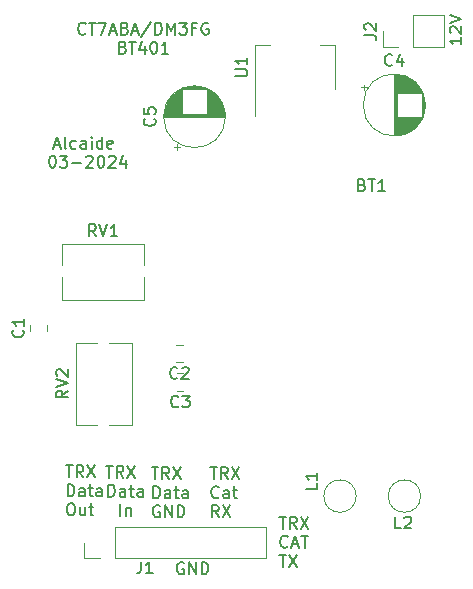
<source format=gbr>
%TF.GenerationSoftware,KiCad,Pcbnew,7.0.7*%
%TF.CreationDate,2024-03-21T17:46:43+00:00*%
%TF.ProjectId,BT401_Digimodes,42543430-315f-4446-9967-696d6f646573,rev?*%
%TF.SameCoordinates,Original*%
%TF.FileFunction,Legend,Top*%
%TF.FilePolarity,Positive*%
%FSLAX46Y46*%
G04 Gerber Fmt 4.6, Leading zero omitted, Abs format (unit mm)*
G04 Created by KiCad (PCBNEW 7.0.7) date 2024-03-21 17:46:43*
%MOMM*%
%LPD*%
G01*
G04 APERTURE LIST*
%ADD10C,0.200000*%
%ADD11C,0.150000*%
%ADD12C,0.120000*%
G04 APERTURE END LIST*
D10*
X132374047Y-64392504D02*
X132850237Y-64392504D01*
X132278809Y-64678219D02*
X132612142Y-63678219D01*
X132612142Y-63678219D02*
X132945475Y-64678219D01*
X133421666Y-64678219D02*
X133326428Y-64630600D01*
X133326428Y-64630600D02*
X133278809Y-64535361D01*
X133278809Y-64535361D02*
X133278809Y-63678219D01*
X134231190Y-64630600D02*
X134135952Y-64678219D01*
X134135952Y-64678219D02*
X133945476Y-64678219D01*
X133945476Y-64678219D02*
X133850238Y-64630600D01*
X133850238Y-64630600D02*
X133802619Y-64582980D01*
X133802619Y-64582980D02*
X133755000Y-64487742D01*
X133755000Y-64487742D02*
X133755000Y-64202028D01*
X133755000Y-64202028D02*
X133802619Y-64106790D01*
X133802619Y-64106790D02*
X133850238Y-64059171D01*
X133850238Y-64059171D02*
X133945476Y-64011552D01*
X133945476Y-64011552D02*
X134135952Y-64011552D01*
X134135952Y-64011552D02*
X134231190Y-64059171D01*
X135088333Y-64678219D02*
X135088333Y-64154409D01*
X135088333Y-64154409D02*
X135040714Y-64059171D01*
X135040714Y-64059171D02*
X134945476Y-64011552D01*
X134945476Y-64011552D02*
X134755000Y-64011552D01*
X134755000Y-64011552D02*
X134659762Y-64059171D01*
X135088333Y-64630600D02*
X134993095Y-64678219D01*
X134993095Y-64678219D02*
X134755000Y-64678219D01*
X134755000Y-64678219D02*
X134659762Y-64630600D01*
X134659762Y-64630600D02*
X134612143Y-64535361D01*
X134612143Y-64535361D02*
X134612143Y-64440123D01*
X134612143Y-64440123D02*
X134659762Y-64344885D01*
X134659762Y-64344885D02*
X134755000Y-64297266D01*
X134755000Y-64297266D02*
X134993095Y-64297266D01*
X134993095Y-64297266D02*
X135088333Y-64249647D01*
X135564524Y-64678219D02*
X135564524Y-64011552D01*
X135564524Y-63678219D02*
X135516905Y-63725838D01*
X135516905Y-63725838D02*
X135564524Y-63773457D01*
X135564524Y-63773457D02*
X135612143Y-63725838D01*
X135612143Y-63725838D02*
X135564524Y-63678219D01*
X135564524Y-63678219D02*
X135564524Y-63773457D01*
X136469285Y-64678219D02*
X136469285Y-63678219D01*
X136469285Y-64630600D02*
X136374047Y-64678219D01*
X136374047Y-64678219D02*
X136183571Y-64678219D01*
X136183571Y-64678219D02*
X136088333Y-64630600D01*
X136088333Y-64630600D02*
X136040714Y-64582980D01*
X136040714Y-64582980D02*
X135993095Y-64487742D01*
X135993095Y-64487742D02*
X135993095Y-64202028D01*
X135993095Y-64202028D02*
X136040714Y-64106790D01*
X136040714Y-64106790D02*
X136088333Y-64059171D01*
X136088333Y-64059171D02*
X136183571Y-64011552D01*
X136183571Y-64011552D02*
X136374047Y-64011552D01*
X136374047Y-64011552D02*
X136469285Y-64059171D01*
X137326428Y-64630600D02*
X137231190Y-64678219D01*
X137231190Y-64678219D02*
X137040714Y-64678219D01*
X137040714Y-64678219D02*
X136945476Y-64630600D01*
X136945476Y-64630600D02*
X136897857Y-64535361D01*
X136897857Y-64535361D02*
X136897857Y-64154409D01*
X136897857Y-64154409D02*
X136945476Y-64059171D01*
X136945476Y-64059171D02*
X137040714Y-64011552D01*
X137040714Y-64011552D02*
X137231190Y-64011552D01*
X137231190Y-64011552D02*
X137326428Y-64059171D01*
X137326428Y-64059171D02*
X137374047Y-64154409D01*
X137374047Y-64154409D02*
X137374047Y-64249647D01*
X137374047Y-64249647D02*
X136897857Y-64344885D01*
X132207381Y-65288219D02*
X132302619Y-65288219D01*
X132302619Y-65288219D02*
X132397857Y-65335838D01*
X132397857Y-65335838D02*
X132445476Y-65383457D01*
X132445476Y-65383457D02*
X132493095Y-65478695D01*
X132493095Y-65478695D02*
X132540714Y-65669171D01*
X132540714Y-65669171D02*
X132540714Y-65907266D01*
X132540714Y-65907266D02*
X132493095Y-66097742D01*
X132493095Y-66097742D02*
X132445476Y-66192980D01*
X132445476Y-66192980D02*
X132397857Y-66240600D01*
X132397857Y-66240600D02*
X132302619Y-66288219D01*
X132302619Y-66288219D02*
X132207381Y-66288219D01*
X132207381Y-66288219D02*
X132112143Y-66240600D01*
X132112143Y-66240600D02*
X132064524Y-66192980D01*
X132064524Y-66192980D02*
X132016905Y-66097742D01*
X132016905Y-66097742D02*
X131969286Y-65907266D01*
X131969286Y-65907266D02*
X131969286Y-65669171D01*
X131969286Y-65669171D02*
X132016905Y-65478695D01*
X132016905Y-65478695D02*
X132064524Y-65383457D01*
X132064524Y-65383457D02*
X132112143Y-65335838D01*
X132112143Y-65335838D02*
X132207381Y-65288219D01*
X132874048Y-65288219D02*
X133493095Y-65288219D01*
X133493095Y-65288219D02*
X133159762Y-65669171D01*
X133159762Y-65669171D02*
X133302619Y-65669171D01*
X133302619Y-65669171D02*
X133397857Y-65716790D01*
X133397857Y-65716790D02*
X133445476Y-65764409D01*
X133445476Y-65764409D02*
X133493095Y-65859647D01*
X133493095Y-65859647D02*
X133493095Y-66097742D01*
X133493095Y-66097742D02*
X133445476Y-66192980D01*
X133445476Y-66192980D02*
X133397857Y-66240600D01*
X133397857Y-66240600D02*
X133302619Y-66288219D01*
X133302619Y-66288219D02*
X133016905Y-66288219D01*
X133016905Y-66288219D02*
X132921667Y-66240600D01*
X132921667Y-66240600D02*
X132874048Y-66192980D01*
X133921667Y-65907266D02*
X134683572Y-65907266D01*
X135112143Y-65383457D02*
X135159762Y-65335838D01*
X135159762Y-65335838D02*
X135255000Y-65288219D01*
X135255000Y-65288219D02*
X135493095Y-65288219D01*
X135493095Y-65288219D02*
X135588333Y-65335838D01*
X135588333Y-65335838D02*
X135635952Y-65383457D01*
X135635952Y-65383457D02*
X135683571Y-65478695D01*
X135683571Y-65478695D02*
X135683571Y-65573933D01*
X135683571Y-65573933D02*
X135635952Y-65716790D01*
X135635952Y-65716790D02*
X135064524Y-66288219D01*
X135064524Y-66288219D02*
X135683571Y-66288219D01*
X136302619Y-65288219D02*
X136397857Y-65288219D01*
X136397857Y-65288219D02*
X136493095Y-65335838D01*
X136493095Y-65335838D02*
X136540714Y-65383457D01*
X136540714Y-65383457D02*
X136588333Y-65478695D01*
X136588333Y-65478695D02*
X136635952Y-65669171D01*
X136635952Y-65669171D02*
X136635952Y-65907266D01*
X136635952Y-65907266D02*
X136588333Y-66097742D01*
X136588333Y-66097742D02*
X136540714Y-66192980D01*
X136540714Y-66192980D02*
X136493095Y-66240600D01*
X136493095Y-66240600D02*
X136397857Y-66288219D01*
X136397857Y-66288219D02*
X136302619Y-66288219D01*
X136302619Y-66288219D02*
X136207381Y-66240600D01*
X136207381Y-66240600D02*
X136159762Y-66192980D01*
X136159762Y-66192980D02*
X136112143Y-66097742D01*
X136112143Y-66097742D02*
X136064524Y-65907266D01*
X136064524Y-65907266D02*
X136064524Y-65669171D01*
X136064524Y-65669171D02*
X136112143Y-65478695D01*
X136112143Y-65478695D02*
X136159762Y-65383457D01*
X136159762Y-65383457D02*
X136207381Y-65335838D01*
X136207381Y-65335838D02*
X136302619Y-65288219D01*
X137016905Y-65383457D02*
X137064524Y-65335838D01*
X137064524Y-65335838D02*
X137159762Y-65288219D01*
X137159762Y-65288219D02*
X137397857Y-65288219D01*
X137397857Y-65288219D02*
X137493095Y-65335838D01*
X137493095Y-65335838D02*
X137540714Y-65383457D01*
X137540714Y-65383457D02*
X137588333Y-65478695D01*
X137588333Y-65478695D02*
X137588333Y-65573933D01*
X137588333Y-65573933D02*
X137540714Y-65716790D01*
X137540714Y-65716790D02*
X136969286Y-66288219D01*
X136969286Y-66288219D02*
X137588333Y-66288219D01*
X138445476Y-65621552D02*
X138445476Y-66288219D01*
X138207381Y-65240600D02*
X137969286Y-65954885D01*
X137969286Y-65954885D02*
X138588333Y-65954885D01*
D11*
X145608922Y-91661819D02*
X146180350Y-91661819D01*
X145894636Y-92661819D02*
X145894636Y-91661819D01*
X147085112Y-92661819D02*
X146751779Y-92185628D01*
X146513684Y-92661819D02*
X146513684Y-91661819D01*
X146513684Y-91661819D02*
X146894636Y-91661819D01*
X146894636Y-91661819D02*
X146989874Y-91709438D01*
X146989874Y-91709438D02*
X147037493Y-91757057D01*
X147037493Y-91757057D02*
X147085112Y-91852295D01*
X147085112Y-91852295D02*
X147085112Y-91995152D01*
X147085112Y-91995152D02*
X147037493Y-92090390D01*
X147037493Y-92090390D02*
X146989874Y-92138009D01*
X146989874Y-92138009D02*
X146894636Y-92185628D01*
X146894636Y-92185628D02*
X146513684Y-92185628D01*
X147418446Y-91661819D02*
X148085112Y-92661819D01*
X148085112Y-91661819D02*
X147418446Y-92661819D01*
X146323207Y-94176580D02*
X146275588Y-94224200D01*
X146275588Y-94224200D02*
X146132731Y-94271819D01*
X146132731Y-94271819D02*
X146037493Y-94271819D01*
X146037493Y-94271819D02*
X145894636Y-94224200D01*
X145894636Y-94224200D02*
X145799398Y-94128961D01*
X145799398Y-94128961D02*
X145751779Y-94033723D01*
X145751779Y-94033723D02*
X145704160Y-93843247D01*
X145704160Y-93843247D02*
X145704160Y-93700390D01*
X145704160Y-93700390D02*
X145751779Y-93509914D01*
X145751779Y-93509914D02*
X145799398Y-93414676D01*
X145799398Y-93414676D02*
X145894636Y-93319438D01*
X145894636Y-93319438D02*
X146037493Y-93271819D01*
X146037493Y-93271819D02*
X146132731Y-93271819D01*
X146132731Y-93271819D02*
X146275588Y-93319438D01*
X146275588Y-93319438D02*
X146323207Y-93367057D01*
X147180350Y-94271819D02*
X147180350Y-93748009D01*
X147180350Y-93748009D02*
X147132731Y-93652771D01*
X147132731Y-93652771D02*
X147037493Y-93605152D01*
X147037493Y-93605152D02*
X146847017Y-93605152D01*
X146847017Y-93605152D02*
X146751779Y-93652771D01*
X147180350Y-94224200D02*
X147085112Y-94271819D01*
X147085112Y-94271819D02*
X146847017Y-94271819D01*
X146847017Y-94271819D02*
X146751779Y-94224200D01*
X146751779Y-94224200D02*
X146704160Y-94128961D01*
X146704160Y-94128961D02*
X146704160Y-94033723D01*
X146704160Y-94033723D02*
X146751779Y-93938485D01*
X146751779Y-93938485D02*
X146847017Y-93890866D01*
X146847017Y-93890866D02*
X147085112Y-93890866D01*
X147085112Y-93890866D02*
X147180350Y-93843247D01*
X147513684Y-93605152D02*
X147894636Y-93605152D01*
X147656541Y-93271819D02*
X147656541Y-94128961D01*
X147656541Y-94128961D02*
X147704160Y-94224200D01*
X147704160Y-94224200D02*
X147799398Y-94271819D01*
X147799398Y-94271819D02*
X147894636Y-94271819D01*
X146323207Y-95881819D02*
X145989874Y-95405628D01*
X145751779Y-95881819D02*
X145751779Y-94881819D01*
X145751779Y-94881819D02*
X146132731Y-94881819D01*
X146132731Y-94881819D02*
X146227969Y-94929438D01*
X146227969Y-94929438D02*
X146275588Y-94977057D01*
X146275588Y-94977057D02*
X146323207Y-95072295D01*
X146323207Y-95072295D02*
X146323207Y-95215152D01*
X146323207Y-95215152D02*
X146275588Y-95310390D01*
X146275588Y-95310390D02*
X146227969Y-95358009D01*
X146227969Y-95358009D02*
X146132731Y-95405628D01*
X146132731Y-95405628D02*
X145751779Y-95405628D01*
X146656541Y-94881819D02*
X147323207Y-95881819D01*
X147323207Y-94881819D02*
X146656541Y-95881819D01*
D10*
X135049237Y-54930980D02*
X135001618Y-54978600D01*
X135001618Y-54978600D02*
X134858761Y-55026219D01*
X134858761Y-55026219D02*
X134763523Y-55026219D01*
X134763523Y-55026219D02*
X134620666Y-54978600D01*
X134620666Y-54978600D02*
X134525428Y-54883361D01*
X134525428Y-54883361D02*
X134477809Y-54788123D01*
X134477809Y-54788123D02*
X134430190Y-54597647D01*
X134430190Y-54597647D02*
X134430190Y-54454790D01*
X134430190Y-54454790D02*
X134477809Y-54264314D01*
X134477809Y-54264314D02*
X134525428Y-54169076D01*
X134525428Y-54169076D02*
X134620666Y-54073838D01*
X134620666Y-54073838D02*
X134763523Y-54026219D01*
X134763523Y-54026219D02*
X134858761Y-54026219D01*
X134858761Y-54026219D02*
X135001618Y-54073838D01*
X135001618Y-54073838D02*
X135049237Y-54121457D01*
X135334952Y-54026219D02*
X135906380Y-54026219D01*
X135620666Y-55026219D02*
X135620666Y-54026219D01*
X136144476Y-54026219D02*
X136811142Y-54026219D01*
X136811142Y-54026219D02*
X136382571Y-55026219D01*
X137144476Y-54740504D02*
X137620666Y-54740504D01*
X137049238Y-55026219D02*
X137382571Y-54026219D01*
X137382571Y-54026219D02*
X137715904Y-55026219D01*
X138382571Y-54502409D02*
X138525428Y-54550028D01*
X138525428Y-54550028D02*
X138573047Y-54597647D01*
X138573047Y-54597647D02*
X138620666Y-54692885D01*
X138620666Y-54692885D02*
X138620666Y-54835742D01*
X138620666Y-54835742D02*
X138573047Y-54930980D01*
X138573047Y-54930980D02*
X138525428Y-54978600D01*
X138525428Y-54978600D02*
X138430190Y-55026219D01*
X138430190Y-55026219D02*
X138049238Y-55026219D01*
X138049238Y-55026219D02*
X138049238Y-54026219D01*
X138049238Y-54026219D02*
X138382571Y-54026219D01*
X138382571Y-54026219D02*
X138477809Y-54073838D01*
X138477809Y-54073838D02*
X138525428Y-54121457D01*
X138525428Y-54121457D02*
X138573047Y-54216695D01*
X138573047Y-54216695D02*
X138573047Y-54311933D01*
X138573047Y-54311933D02*
X138525428Y-54407171D01*
X138525428Y-54407171D02*
X138477809Y-54454790D01*
X138477809Y-54454790D02*
X138382571Y-54502409D01*
X138382571Y-54502409D02*
X138049238Y-54502409D01*
X139001619Y-54740504D02*
X139477809Y-54740504D01*
X138906381Y-55026219D02*
X139239714Y-54026219D01*
X139239714Y-54026219D02*
X139573047Y-55026219D01*
X140620666Y-53978600D02*
X139763524Y-55264314D01*
X140954000Y-55026219D02*
X140954000Y-54026219D01*
X140954000Y-54026219D02*
X141192095Y-54026219D01*
X141192095Y-54026219D02*
X141334952Y-54073838D01*
X141334952Y-54073838D02*
X141430190Y-54169076D01*
X141430190Y-54169076D02*
X141477809Y-54264314D01*
X141477809Y-54264314D02*
X141525428Y-54454790D01*
X141525428Y-54454790D02*
X141525428Y-54597647D01*
X141525428Y-54597647D02*
X141477809Y-54788123D01*
X141477809Y-54788123D02*
X141430190Y-54883361D01*
X141430190Y-54883361D02*
X141334952Y-54978600D01*
X141334952Y-54978600D02*
X141192095Y-55026219D01*
X141192095Y-55026219D02*
X140954000Y-55026219D01*
X141954000Y-55026219D02*
X141954000Y-54026219D01*
X141954000Y-54026219D02*
X142287333Y-54740504D01*
X142287333Y-54740504D02*
X142620666Y-54026219D01*
X142620666Y-54026219D02*
X142620666Y-55026219D01*
X143001619Y-54026219D02*
X143620666Y-54026219D01*
X143620666Y-54026219D02*
X143287333Y-54407171D01*
X143287333Y-54407171D02*
X143430190Y-54407171D01*
X143430190Y-54407171D02*
X143525428Y-54454790D01*
X143525428Y-54454790D02*
X143573047Y-54502409D01*
X143573047Y-54502409D02*
X143620666Y-54597647D01*
X143620666Y-54597647D02*
X143620666Y-54835742D01*
X143620666Y-54835742D02*
X143573047Y-54930980D01*
X143573047Y-54930980D02*
X143525428Y-54978600D01*
X143525428Y-54978600D02*
X143430190Y-55026219D01*
X143430190Y-55026219D02*
X143144476Y-55026219D01*
X143144476Y-55026219D02*
X143049238Y-54978600D01*
X143049238Y-54978600D02*
X143001619Y-54930980D01*
X144382571Y-54502409D02*
X144049238Y-54502409D01*
X144049238Y-55026219D02*
X144049238Y-54026219D01*
X144049238Y-54026219D02*
X144525428Y-54026219D01*
X145430190Y-54073838D02*
X145334952Y-54026219D01*
X145334952Y-54026219D02*
X145192095Y-54026219D01*
X145192095Y-54026219D02*
X145049238Y-54073838D01*
X145049238Y-54073838D02*
X144954000Y-54169076D01*
X144954000Y-54169076D02*
X144906381Y-54264314D01*
X144906381Y-54264314D02*
X144858762Y-54454790D01*
X144858762Y-54454790D02*
X144858762Y-54597647D01*
X144858762Y-54597647D02*
X144906381Y-54788123D01*
X144906381Y-54788123D02*
X144954000Y-54883361D01*
X144954000Y-54883361D02*
X145049238Y-54978600D01*
X145049238Y-54978600D02*
X145192095Y-55026219D01*
X145192095Y-55026219D02*
X145287333Y-55026219D01*
X145287333Y-55026219D02*
X145430190Y-54978600D01*
X145430190Y-54978600D02*
X145477809Y-54930980D01*
X145477809Y-54930980D02*
X145477809Y-54597647D01*
X145477809Y-54597647D02*
X145287333Y-54597647D01*
X138215904Y-56112409D02*
X138358761Y-56160028D01*
X138358761Y-56160028D02*
X138406380Y-56207647D01*
X138406380Y-56207647D02*
X138453999Y-56302885D01*
X138453999Y-56302885D02*
X138453999Y-56445742D01*
X138453999Y-56445742D02*
X138406380Y-56540980D01*
X138406380Y-56540980D02*
X138358761Y-56588600D01*
X138358761Y-56588600D02*
X138263523Y-56636219D01*
X138263523Y-56636219D02*
X137882571Y-56636219D01*
X137882571Y-56636219D02*
X137882571Y-55636219D01*
X137882571Y-55636219D02*
X138215904Y-55636219D01*
X138215904Y-55636219D02*
X138311142Y-55683838D01*
X138311142Y-55683838D02*
X138358761Y-55731457D01*
X138358761Y-55731457D02*
X138406380Y-55826695D01*
X138406380Y-55826695D02*
X138406380Y-55921933D01*
X138406380Y-55921933D02*
X138358761Y-56017171D01*
X138358761Y-56017171D02*
X138311142Y-56064790D01*
X138311142Y-56064790D02*
X138215904Y-56112409D01*
X138215904Y-56112409D02*
X137882571Y-56112409D01*
X138739714Y-55636219D02*
X139311142Y-55636219D01*
X139025428Y-56636219D02*
X139025428Y-55636219D01*
X140073047Y-55969552D02*
X140073047Y-56636219D01*
X139834952Y-55588600D02*
X139596857Y-56302885D01*
X139596857Y-56302885D02*
X140215904Y-56302885D01*
X140787333Y-55636219D02*
X140882571Y-55636219D01*
X140882571Y-55636219D02*
X140977809Y-55683838D01*
X140977809Y-55683838D02*
X141025428Y-55731457D01*
X141025428Y-55731457D02*
X141073047Y-55826695D01*
X141073047Y-55826695D02*
X141120666Y-56017171D01*
X141120666Y-56017171D02*
X141120666Y-56255266D01*
X141120666Y-56255266D02*
X141073047Y-56445742D01*
X141073047Y-56445742D02*
X141025428Y-56540980D01*
X141025428Y-56540980D02*
X140977809Y-56588600D01*
X140977809Y-56588600D02*
X140882571Y-56636219D01*
X140882571Y-56636219D02*
X140787333Y-56636219D01*
X140787333Y-56636219D02*
X140692095Y-56588600D01*
X140692095Y-56588600D02*
X140644476Y-56540980D01*
X140644476Y-56540980D02*
X140596857Y-56445742D01*
X140596857Y-56445742D02*
X140549238Y-56255266D01*
X140549238Y-56255266D02*
X140549238Y-56017171D01*
X140549238Y-56017171D02*
X140596857Y-55826695D01*
X140596857Y-55826695D02*
X140644476Y-55731457D01*
X140644476Y-55731457D02*
X140692095Y-55683838D01*
X140692095Y-55683838D02*
X140787333Y-55636219D01*
X142073047Y-56636219D02*
X141501619Y-56636219D01*
X141787333Y-56636219D02*
X141787333Y-55636219D01*
X141787333Y-55636219D02*
X141692095Y-55779076D01*
X141692095Y-55779076D02*
X141596857Y-55874314D01*
X141596857Y-55874314D02*
X141501619Y-55921933D01*
D11*
X133391522Y-91509419D02*
X133962950Y-91509419D01*
X133677236Y-92509419D02*
X133677236Y-91509419D01*
X134867712Y-92509419D02*
X134534379Y-92033228D01*
X134296284Y-92509419D02*
X134296284Y-91509419D01*
X134296284Y-91509419D02*
X134677236Y-91509419D01*
X134677236Y-91509419D02*
X134772474Y-91557038D01*
X134772474Y-91557038D02*
X134820093Y-91604657D01*
X134820093Y-91604657D02*
X134867712Y-91699895D01*
X134867712Y-91699895D02*
X134867712Y-91842752D01*
X134867712Y-91842752D02*
X134820093Y-91937990D01*
X134820093Y-91937990D02*
X134772474Y-91985609D01*
X134772474Y-91985609D02*
X134677236Y-92033228D01*
X134677236Y-92033228D02*
X134296284Y-92033228D01*
X135201046Y-91509419D02*
X135867712Y-92509419D01*
X135867712Y-91509419D02*
X135201046Y-92509419D01*
X133534379Y-94119419D02*
X133534379Y-93119419D01*
X133534379Y-93119419D02*
X133772474Y-93119419D01*
X133772474Y-93119419D02*
X133915331Y-93167038D01*
X133915331Y-93167038D02*
X134010569Y-93262276D01*
X134010569Y-93262276D02*
X134058188Y-93357514D01*
X134058188Y-93357514D02*
X134105807Y-93547990D01*
X134105807Y-93547990D02*
X134105807Y-93690847D01*
X134105807Y-93690847D02*
X134058188Y-93881323D01*
X134058188Y-93881323D02*
X134010569Y-93976561D01*
X134010569Y-93976561D02*
X133915331Y-94071800D01*
X133915331Y-94071800D02*
X133772474Y-94119419D01*
X133772474Y-94119419D02*
X133534379Y-94119419D01*
X134962950Y-94119419D02*
X134962950Y-93595609D01*
X134962950Y-93595609D02*
X134915331Y-93500371D01*
X134915331Y-93500371D02*
X134820093Y-93452752D01*
X134820093Y-93452752D02*
X134629617Y-93452752D01*
X134629617Y-93452752D02*
X134534379Y-93500371D01*
X134962950Y-94071800D02*
X134867712Y-94119419D01*
X134867712Y-94119419D02*
X134629617Y-94119419D01*
X134629617Y-94119419D02*
X134534379Y-94071800D01*
X134534379Y-94071800D02*
X134486760Y-93976561D01*
X134486760Y-93976561D02*
X134486760Y-93881323D01*
X134486760Y-93881323D02*
X134534379Y-93786085D01*
X134534379Y-93786085D02*
X134629617Y-93738466D01*
X134629617Y-93738466D02*
X134867712Y-93738466D01*
X134867712Y-93738466D02*
X134962950Y-93690847D01*
X135296284Y-93452752D02*
X135677236Y-93452752D01*
X135439141Y-93119419D02*
X135439141Y-93976561D01*
X135439141Y-93976561D02*
X135486760Y-94071800D01*
X135486760Y-94071800D02*
X135581998Y-94119419D01*
X135581998Y-94119419D02*
X135677236Y-94119419D01*
X136439141Y-94119419D02*
X136439141Y-93595609D01*
X136439141Y-93595609D02*
X136391522Y-93500371D01*
X136391522Y-93500371D02*
X136296284Y-93452752D01*
X136296284Y-93452752D02*
X136105808Y-93452752D01*
X136105808Y-93452752D02*
X136010570Y-93500371D01*
X136439141Y-94071800D02*
X136343903Y-94119419D01*
X136343903Y-94119419D02*
X136105808Y-94119419D01*
X136105808Y-94119419D02*
X136010570Y-94071800D01*
X136010570Y-94071800D02*
X135962951Y-93976561D01*
X135962951Y-93976561D02*
X135962951Y-93881323D01*
X135962951Y-93881323D02*
X136010570Y-93786085D01*
X136010570Y-93786085D02*
X136105808Y-93738466D01*
X136105808Y-93738466D02*
X136343903Y-93738466D01*
X136343903Y-93738466D02*
X136439141Y-93690847D01*
X133724855Y-94729419D02*
X133915331Y-94729419D01*
X133915331Y-94729419D02*
X134010569Y-94777038D01*
X134010569Y-94777038D02*
X134105807Y-94872276D01*
X134105807Y-94872276D02*
X134153426Y-95062752D01*
X134153426Y-95062752D02*
X134153426Y-95396085D01*
X134153426Y-95396085D02*
X134105807Y-95586561D01*
X134105807Y-95586561D02*
X134010569Y-95681800D01*
X134010569Y-95681800D02*
X133915331Y-95729419D01*
X133915331Y-95729419D02*
X133724855Y-95729419D01*
X133724855Y-95729419D02*
X133629617Y-95681800D01*
X133629617Y-95681800D02*
X133534379Y-95586561D01*
X133534379Y-95586561D02*
X133486760Y-95396085D01*
X133486760Y-95396085D02*
X133486760Y-95062752D01*
X133486760Y-95062752D02*
X133534379Y-94872276D01*
X133534379Y-94872276D02*
X133629617Y-94777038D01*
X133629617Y-94777038D02*
X133724855Y-94729419D01*
X135010569Y-95062752D02*
X135010569Y-95729419D01*
X134581998Y-95062752D02*
X134581998Y-95586561D01*
X134581998Y-95586561D02*
X134629617Y-95681800D01*
X134629617Y-95681800D02*
X134724855Y-95729419D01*
X134724855Y-95729419D02*
X134867712Y-95729419D01*
X134867712Y-95729419D02*
X134962950Y-95681800D01*
X134962950Y-95681800D02*
X135010569Y-95634180D01*
X135343903Y-95062752D02*
X135724855Y-95062752D01*
X135486760Y-94729419D02*
X135486760Y-95586561D01*
X135486760Y-95586561D02*
X135534379Y-95681800D01*
X135534379Y-95681800D02*
X135629617Y-95729419D01*
X135629617Y-95729419D02*
X135724855Y-95729419D01*
X136787143Y-91534819D02*
X137358571Y-91534819D01*
X137072857Y-92534819D02*
X137072857Y-91534819D01*
X138263333Y-92534819D02*
X137930000Y-92058628D01*
X137691905Y-92534819D02*
X137691905Y-91534819D01*
X137691905Y-91534819D02*
X138072857Y-91534819D01*
X138072857Y-91534819D02*
X138168095Y-91582438D01*
X138168095Y-91582438D02*
X138215714Y-91630057D01*
X138215714Y-91630057D02*
X138263333Y-91725295D01*
X138263333Y-91725295D02*
X138263333Y-91868152D01*
X138263333Y-91868152D02*
X138215714Y-91963390D01*
X138215714Y-91963390D02*
X138168095Y-92011009D01*
X138168095Y-92011009D02*
X138072857Y-92058628D01*
X138072857Y-92058628D02*
X137691905Y-92058628D01*
X138596667Y-91534819D02*
X139263333Y-92534819D01*
X139263333Y-91534819D02*
X138596667Y-92534819D01*
X136977619Y-94144819D02*
X136977619Y-93144819D01*
X136977619Y-93144819D02*
X137215714Y-93144819D01*
X137215714Y-93144819D02*
X137358571Y-93192438D01*
X137358571Y-93192438D02*
X137453809Y-93287676D01*
X137453809Y-93287676D02*
X137501428Y-93382914D01*
X137501428Y-93382914D02*
X137549047Y-93573390D01*
X137549047Y-93573390D02*
X137549047Y-93716247D01*
X137549047Y-93716247D02*
X137501428Y-93906723D01*
X137501428Y-93906723D02*
X137453809Y-94001961D01*
X137453809Y-94001961D02*
X137358571Y-94097200D01*
X137358571Y-94097200D02*
X137215714Y-94144819D01*
X137215714Y-94144819D02*
X136977619Y-94144819D01*
X138406190Y-94144819D02*
X138406190Y-93621009D01*
X138406190Y-93621009D02*
X138358571Y-93525771D01*
X138358571Y-93525771D02*
X138263333Y-93478152D01*
X138263333Y-93478152D02*
X138072857Y-93478152D01*
X138072857Y-93478152D02*
X137977619Y-93525771D01*
X138406190Y-94097200D02*
X138310952Y-94144819D01*
X138310952Y-94144819D02*
X138072857Y-94144819D01*
X138072857Y-94144819D02*
X137977619Y-94097200D01*
X137977619Y-94097200D02*
X137930000Y-94001961D01*
X137930000Y-94001961D02*
X137930000Y-93906723D01*
X137930000Y-93906723D02*
X137977619Y-93811485D01*
X137977619Y-93811485D02*
X138072857Y-93763866D01*
X138072857Y-93763866D02*
X138310952Y-93763866D01*
X138310952Y-93763866D02*
X138406190Y-93716247D01*
X138739524Y-93478152D02*
X139120476Y-93478152D01*
X138882381Y-93144819D02*
X138882381Y-94001961D01*
X138882381Y-94001961D02*
X138930000Y-94097200D01*
X138930000Y-94097200D02*
X139025238Y-94144819D01*
X139025238Y-94144819D02*
X139120476Y-94144819D01*
X139882381Y-94144819D02*
X139882381Y-93621009D01*
X139882381Y-93621009D02*
X139834762Y-93525771D01*
X139834762Y-93525771D02*
X139739524Y-93478152D01*
X139739524Y-93478152D02*
X139549048Y-93478152D01*
X139549048Y-93478152D02*
X139453810Y-93525771D01*
X139882381Y-94097200D02*
X139787143Y-94144819D01*
X139787143Y-94144819D02*
X139549048Y-94144819D01*
X139549048Y-94144819D02*
X139453810Y-94097200D01*
X139453810Y-94097200D02*
X139406191Y-94001961D01*
X139406191Y-94001961D02*
X139406191Y-93906723D01*
X139406191Y-93906723D02*
X139453810Y-93811485D01*
X139453810Y-93811485D02*
X139549048Y-93763866D01*
X139549048Y-93763866D02*
X139787143Y-93763866D01*
X139787143Y-93763866D02*
X139882381Y-93716247D01*
X137977619Y-95754819D02*
X137977619Y-94754819D01*
X138453809Y-95088152D02*
X138453809Y-95754819D01*
X138453809Y-95183390D02*
X138501428Y-95135771D01*
X138501428Y-95135771D02*
X138596666Y-95088152D01*
X138596666Y-95088152D02*
X138739523Y-95088152D01*
X138739523Y-95088152D02*
X138834761Y-95135771D01*
X138834761Y-95135771D02*
X138882380Y-95231009D01*
X138882380Y-95231009D02*
X138882380Y-95754819D01*
X151450922Y-95852819D02*
X152022350Y-95852819D01*
X151736636Y-96852819D02*
X151736636Y-95852819D01*
X152927112Y-96852819D02*
X152593779Y-96376628D01*
X152355684Y-96852819D02*
X152355684Y-95852819D01*
X152355684Y-95852819D02*
X152736636Y-95852819D01*
X152736636Y-95852819D02*
X152831874Y-95900438D01*
X152831874Y-95900438D02*
X152879493Y-95948057D01*
X152879493Y-95948057D02*
X152927112Y-96043295D01*
X152927112Y-96043295D02*
X152927112Y-96186152D01*
X152927112Y-96186152D02*
X152879493Y-96281390D01*
X152879493Y-96281390D02*
X152831874Y-96329009D01*
X152831874Y-96329009D02*
X152736636Y-96376628D01*
X152736636Y-96376628D02*
X152355684Y-96376628D01*
X153260446Y-95852819D02*
X153927112Y-96852819D01*
X153927112Y-95852819D02*
X153260446Y-96852819D01*
X152165207Y-98367580D02*
X152117588Y-98415200D01*
X152117588Y-98415200D02*
X151974731Y-98462819D01*
X151974731Y-98462819D02*
X151879493Y-98462819D01*
X151879493Y-98462819D02*
X151736636Y-98415200D01*
X151736636Y-98415200D02*
X151641398Y-98319961D01*
X151641398Y-98319961D02*
X151593779Y-98224723D01*
X151593779Y-98224723D02*
X151546160Y-98034247D01*
X151546160Y-98034247D02*
X151546160Y-97891390D01*
X151546160Y-97891390D02*
X151593779Y-97700914D01*
X151593779Y-97700914D02*
X151641398Y-97605676D01*
X151641398Y-97605676D02*
X151736636Y-97510438D01*
X151736636Y-97510438D02*
X151879493Y-97462819D01*
X151879493Y-97462819D02*
X151974731Y-97462819D01*
X151974731Y-97462819D02*
X152117588Y-97510438D01*
X152117588Y-97510438D02*
X152165207Y-97558057D01*
X152546160Y-98177104D02*
X153022350Y-98177104D01*
X152450922Y-98462819D02*
X152784255Y-97462819D01*
X152784255Y-97462819D02*
X153117588Y-98462819D01*
X153308065Y-97462819D02*
X153879493Y-97462819D01*
X153593779Y-98462819D02*
X153593779Y-97462819D01*
X151450922Y-99072819D02*
X152022350Y-99072819D01*
X151736636Y-100072819D02*
X151736636Y-99072819D01*
X152260446Y-99072819D02*
X152927112Y-100072819D01*
X152927112Y-99072819D02*
X152260446Y-100072819D01*
X143354588Y-99755438D02*
X143259350Y-99707819D01*
X143259350Y-99707819D02*
X143116493Y-99707819D01*
X143116493Y-99707819D02*
X142973636Y-99755438D01*
X142973636Y-99755438D02*
X142878398Y-99850676D01*
X142878398Y-99850676D02*
X142830779Y-99945914D01*
X142830779Y-99945914D02*
X142783160Y-100136390D01*
X142783160Y-100136390D02*
X142783160Y-100279247D01*
X142783160Y-100279247D02*
X142830779Y-100469723D01*
X142830779Y-100469723D02*
X142878398Y-100564961D01*
X142878398Y-100564961D02*
X142973636Y-100660200D01*
X142973636Y-100660200D02*
X143116493Y-100707819D01*
X143116493Y-100707819D02*
X143211731Y-100707819D01*
X143211731Y-100707819D02*
X143354588Y-100660200D01*
X143354588Y-100660200D02*
X143402207Y-100612580D01*
X143402207Y-100612580D02*
X143402207Y-100279247D01*
X143402207Y-100279247D02*
X143211731Y-100279247D01*
X143830779Y-100707819D02*
X143830779Y-99707819D01*
X143830779Y-99707819D02*
X144402207Y-100707819D01*
X144402207Y-100707819D02*
X144402207Y-99707819D01*
X144878398Y-100707819D02*
X144878398Y-99707819D01*
X144878398Y-99707819D02*
X145116493Y-99707819D01*
X145116493Y-99707819D02*
X145259350Y-99755438D01*
X145259350Y-99755438D02*
X145354588Y-99850676D01*
X145354588Y-99850676D02*
X145402207Y-99945914D01*
X145402207Y-99945914D02*
X145449826Y-100136390D01*
X145449826Y-100136390D02*
X145449826Y-100279247D01*
X145449826Y-100279247D02*
X145402207Y-100469723D01*
X145402207Y-100469723D02*
X145354588Y-100564961D01*
X145354588Y-100564961D02*
X145259350Y-100660200D01*
X145259350Y-100660200D02*
X145116493Y-100707819D01*
X145116493Y-100707819D02*
X144878398Y-100707819D01*
X140655922Y-91661819D02*
X141227350Y-91661819D01*
X140941636Y-92661819D02*
X140941636Y-91661819D01*
X142132112Y-92661819D02*
X141798779Y-92185628D01*
X141560684Y-92661819D02*
X141560684Y-91661819D01*
X141560684Y-91661819D02*
X141941636Y-91661819D01*
X141941636Y-91661819D02*
X142036874Y-91709438D01*
X142036874Y-91709438D02*
X142084493Y-91757057D01*
X142084493Y-91757057D02*
X142132112Y-91852295D01*
X142132112Y-91852295D02*
X142132112Y-91995152D01*
X142132112Y-91995152D02*
X142084493Y-92090390D01*
X142084493Y-92090390D02*
X142036874Y-92138009D01*
X142036874Y-92138009D02*
X141941636Y-92185628D01*
X141941636Y-92185628D02*
X141560684Y-92185628D01*
X142465446Y-91661819D02*
X143132112Y-92661819D01*
X143132112Y-91661819D02*
X142465446Y-92661819D01*
X140798779Y-94271819D02*
X140798779Y-93271819D01*
X140798779Y-93271819D02*
X141036874Y-93271819D01*
X141036874Y-93271819D02*
X141179731Y-93319438D01*
X141179731Y-93319438D02*
X141274969Y-93414676D01*
X141274969Y-93414676D02*
X141322588Y-93509914D01*
X141322588Y-93509914D02*
X141370207Y-93700390D01*
X141370207Y-93700390D02*
X141370207Y-93843247D01*
X141370207Y-93843247D02*
X141322588Y-94033723D01*
X141322588Y-94033723D02*
X141274969Y-94128961D01*
X141274969Y-94128961D02*
X141179731Y-94224200D01*
X141179731Y-94224200D02*
X141036874Y-94271819D01*
X141036874Y-94271819D02*
X140798779Y-94271819D01*
X142227350Y-94271819D02*
X142227350Y-93748009D01*
X142227350Y-93748009D02*
X142179731Y-93652771D01*
X142179731Y-93652771D02*
X142084493Y-93605152D01*
X142084493Y-93605152D02*
X141894017Y-93605152D01*
X141894017Y-93605152D02*
X141798779Y-93652771D01*
X142227350Y-94224200D02*
X142132112Y-94271819D01*
X142132112Y-94271819D02*
X141894017Y-94271819D01*
X141894017Y-94271819D02*
X141798779Y-94224200D01*
X141798779Y-94224200D02*
X141751160Y-94128961D01*
X141751160Y-94128961D02*
X141751160Y-94033723D01*
X141751160Y-94033723D02*
X141798779Y-93938485D01*
X141798779Y-93938485D02*
X141894017Y-93890866D01*
X141894017Y-93890866D02*
X142132112Y-93890866D01*
X142132112Y-93890866D02*
X142227350Y-93843247D01*
X142560684Y-93605152D02*
X142941636Y-93605152D01*
X142703541Y-93271819D02*
X142703541Y-94128961D01*
X142703541Y-94128961D02*
X142751160Y-94224200D01*
X142751160Y-94224200D02*
X142846398Y-94271819D01*
X142846398Y-94271819D02*
X142941636Y-94271819D01*
X143703541Y-94271819D02*
X143703541Y-93748009D01*
X143703541Y-93748009D02*
X143655922Y-93652771D01*
X143655922Y-93652771D02*
X143560684Y-93605152D01*
X143560684Y-93605152D02*
X143370208Y-93605152D01*
X143370208Y-93605152D02*
X143274970Y-93652771D01*
X143703541Y-94224200D02*
X143608303Y-94271819D01*
X143608303Y-94271819D02*
X143370208Y-94271819D01*
X143370208Y-94271819D02*
X143274970Y-94224200D01*
X143274970Y-94224200D02*
X143227351Y-94128961D01*
X143227351Y-94128961D02*
X143227351Y-94033723D01*
X143227351Y-94033723D02*
X143274970Y-93938485D01*
X143274970Y-93938485D02*
X143370208Y-93890866D01*
X143370208Y-93890866D02*
X143608303Y-93890866D01*
X143608303Y-93890866D02*
X143703541Y-93843247D01*
X141322588Y-94929438D02*
X141227350Y-94881819D01*
X141227350Y-94881819D02*
X141084493Y-94881819D01*
X141084493Y-94881819D02*
X140941636Y-94929438D01*
X140941636Y-94929438D02*
X140846398Y-95024676D01*
X140846398Y-95024676D02*
X140798779Y-95119914D01*
X140798779Y-95119914D02*
X140751160Y-95310390D01*
X140751160Y-95310390D02*
X140751160Y-95453247D01*
X140751160Y-95453247D02*
X140798779Y-95643723D01*
X140798779Y-95643723D02*
X140846398Y-95738961D01*
X140846398Y-95738961D02*
X140941636Y-95834200D01*
X140941636Y-95834200D02*
X141084493Y-95881819D01*
X141084493Y-95881819D02*
X141179731Y-95881819D01*
X141179731Y-95881819D02*
X141322588Y-95834200D01*
X141322588Y-95834200D02*
X141370207Y-95786580D01*
X141370207Y-95786580D02*
X141370207Y-95453247D01*
X141370207Y-95453247D02*
X141179731Y-95453247D01*
X141798779Y-95881819D02*
X141798779Y-94881819D01*
X141798779Y-94881819D02*
X142370207Y-95881819D01*
X142370207Y-95881819D02*
X142370207Y-94881819D01*
X142846398Y-95881819D02*
X142846398Y-94881819D01*
X142846398Y-94881819D02*
X143084493Y-94881819D01*
X143084493Y-94881819D02*
X143227350Y-94929438D01*
X143227350Y-94929438D02*
X143322588Y-95024676D01*
X143322588Y-95024676D02*
X143370207Y-95119914D01*
X143370207Y-95119914D02*
X143417826Y-95310390D01*
X143417826Y-95310390D02*
X143417826Y-95453247D01*
X143417826Y-95453247D02*
X143370207Y-95643723D01*
X143370207Y-95643723D02*
X143322588Y-95738961D01*
X143322588Y-95738961D02*
X143227350Y-95834200D01*
X143227350Y-95834200D02*
X143084493Y-95881819D01*
X143084493Y-95881819D02*
X142846398Y-95881819D01*
X166874819Y-55273411D02*
X166874819Y-55844839D01*
X166874819Y-55559125D02*
X165874819Y-55559125D01*
X165874819Y-55559125D02*
X166017676Y-55654363D01*
X166017676Y-55654363D02*
X166112914Y-55749601D01*
X166112914Y-55749601D02*
X166160533Y-55844839D01*
X165970057Y-54892458D02*
X165922438Y-54844839D01*
X165922438Y-54844839D02*
X165874819Y-54749601D01*
X165874819Y-54749601D02*
X165874819Y-54511506D01*
X165874819Y-54511506D02*
X165922438Y-54416268D01*
X165922438Y-54416268D02*
X165970057Y-54368649D01*
X165970057Y-54368649D02*
X166065295Y-54321030D01*
X166065295Y-54321030D02*
X166160533Y-54321030D01*
X166160533Y-54321030D02*
X166303390Y-54368649D01*
X166303390Y-54368649D02*
X166874819Y-54940077D01*
X166874819Y-54940077D02*
X166874819Y-54321030D01*
X165874819Y-54035315D02*
X166874819Y-53701982D01*
X166874819Y-53701982D02*
X165874819Y-53368649D01*
X142835333Y-84081580D02*
X142787714Y-84129200D01*
X142787714Y-84129200D02*
X142644857Y-84176819D01*
X142644857Y-84176819D02*
X142549619Y-84176819D01*
X142549619Y-84176819D02*
X142406762Y-84129200D01*
X142406762Y-84129200D02*
X142311524Y-84033961D01*
X142311524Y-84033961D02*
X142263905Y-83938723D01*
X142263905Y-83938723D02*
X142216286Y-83748247D01*
X142216286Y-83748247D02*
X142216286Y-83605390D01*
X142216286Y-83605390D02*
X142263905Y-83414914D01*
X142263905Y-83414914D02*
X142311524Y-83319676D01*
X142311524Y-83319676D02*
X142406762Y-83224438D01*
X142406762Y-83224438D02*
X142549619Y-83176819D01*
X142549619Y-83176819D02*
X142644857Y-83176819D01*
X142644857Y-83176819D02*
X142787714Y-83224438D01*
X142787714Y-83224438D02*
X142835333Y-83272057D01*
X143216286Y-83272057D02*
X143263905Y-83224438D01*
X143263905Y-83224438D02*
X143359143Y-83176819D01*
X143359143Y-83176819D02*
X143597238Y-83176819D01*
X143597238Y-83176819D02*
X143692476Y-83224438D01*
X143692476Y-83224438D02*
X143740095Y-83272057D01*
X143740095Y-83272057D02*
X143787714Y-83367295D01*
X143787714Y-83367295D02*
X143787714Y-83462533D01*
X143787714Y-83462533D02*
X143740095Y-83605390D01*
X143740095Y-83605390D02*
X143168667Y-84176819D01*
X143168667Y-84176819D02*
X143787714Y-84176819D01*
X140881580Y-62147666D02*
X140929200Y-62195285D01*
X140929200Y-62195285D02*
X140976819Y-62338142D01*
X140976819Y-62338142D02*
X140976819Y-62433380D01*
X140976819Y-62433380D02*
X140929200Y-62576237D01*
X140929200Y-62576237D02*
X140833961Y-62671475D01*
X140833961Y-62671475D02*
X140738723Y-62719094D01*
X140738723Y-62719094D02*
X140548247Y-62766713D01*
X140548247Y-62766713D02*
X140405390Y-62766713D01*
X140405390Y-62766713D02*
X140214914Y-62719094D01*
X140214914Y-62719094D02*
X140119676Y-62671475D01*
X140119676Y-62671475D02*
X140024438Y-62576237D01*
X140024438Y-62576237D02*
X139976819Y-62433380D01*
X139976819Y-62433380D02*
X139976819Y-62338142D01*
X139976819Y-62338142D02*
X140024438Y-62195285D01*
X140024438Y-62195285D02*
X140072057Y-62147666D01*
X139976819Y-61242904D02*
X139976819Y-61719094D01*
X139976819Y-61719094D02*
X140453009Y-61766713D01*
X140453009Y-61766713D02*
X140405390Y-61719094D01*
X140405390Y-61719094D02*
X140357771Y-61623856D01*
X140357771Y-61623856D02*
X140357771Y-61385761D01*
X140357771Y-61385761D02*
X140405390Y-61290523D01*
X140405390Y-61290523D02*
X140453009Y-61242904D01*
X140453009Y-61242904D02*
X140548247Y-61195285D01*
X140548247Y-61195285D02*
X140786342Y-61195285D01*
X140786342Y-61195285D02*
X140881580Y-61242904D01*
X140881580Y-61242904D02*
X140929200Y-61290523D01*
X140929200Y-61290523D02*
X140976819Y-61385761D01*
X140976819Y-61385761D02*
X140976819Y-61623856D01*
X140976819Y-61623856D02*
X140929200Y-61719094D01*
X140929200Y-61719094D02*
X140881580Y-61766713D01*
X139747666Y-99657819D02*
X139747666Y-100372104D01*
X139747666Y-100372104D02*
X139700047Y-100514961D01*
X139700047Y-100514961D02*
X139604809Y-100610200D01*
X139604809Y-100610200D02*
X139461952Y-100657819D01*
X139461952Y-100657819D02*
X139366714Y-100657819D01*
X140747666Y-100657819D02*
X140176238Y-100657819D01*
X140461952Y-100657819D02*
X140461952Y-99657819D01*
X140461952Y-99657819D02*
X140366714Y-99800676D01*
X140366714Y-99800676D02*
X140271476Y-99895914D01*
X140271476Y-99895914D02*
X140176238Y-99943533D01*
X142901333Y-86494580D02*
X142853714Y-86542200D01*
X142853714Y-86542200D02*
X142710857Y-86589819D01*
X142710857Y-86589819D02*
X142615619Y-86589819D01*
X142615619Y-86589819D02*
X142472762Y-86542200D01*
X142472762Y-86542200D02*
X142377524Y-86446961D01*
X142377524Y-86446961D02*
X142329905Y-86351723D01*
X142329905Y-86351723D02*
X142282286Y-86161247D01*
X142282286Y-86161247D02*
X142282286Y-86018390D01*
X142282286Y-86018390D02*
X142329905Y-85827914D01*
X142329905Y-85827914D02*
X142377524Y-85732676D01*
X142377524Y-85732676D02*
X142472762Y-85637438D01*
X142472762Y-85637438D02*
X142615619Y-85589819D01*
X142615619Y-85589819D02*
X142710857Y-85589819D01*
X142710857Y-85589819D02*
X142853714Y-85637438D01*
X142853714Y-85637438D02*
X142901333Y-85685057D01*
X143234667Y-85589819D02*
X143853714Y-85589819D01*
X143853714Y-85589819D02*
X143520381Y-85970771D01*
X143520381Y-85970771D02*
X143663238Y-85970771D01*
X143663238Y-85970771D02*
X143758476Y-86018390D01*
X143758476Y-86018390D02*
X143806095Y-86066009D01*
X143806095Y-86066009D02*
X143853714Y-86161247D01*
X143853714Y-86161247D02*
X143853714Y-86399342D01*
X143853714Y-86399342D02*
X143806095Y-86494580D01*
X143806095Y-86494580D02*
X143758476Y-86542200D01*
X143758476Y-86542200D02*
X143663238Y-86589819D01*
X143663238Y-86589819D02*
X143377524Y-86589819D01*
X143377524Y-86589819D02*
X143282286Y-86542200D01*
X143282286Y-86542200D02*
X143234667Y-86494580D01*
X129743580Y-80049666D02*
X129791200Y-80097285D01*
X129791200Y-80097285D02*
X129838819Y-80240142D01*
X129838819Y-80240142D02*
X129838819Y-80335380D01*
X129838819Y-80335380D02*
X129791200Y-80478237D01*
X129791200Y-80478237D02*
X129695961Y-80573475D01*
X129695961Y-80573475D02*
X129600723Y-80621094D01*
X129600723Y-80621094D02*
X129410247Y-80668713D01*
X129410247Y-80668713D02*
X129267390Y-80668713D01*
X129267390Y-80668713D02*
X129076914Y-80621094D01*
X129076914Y-80621094D02*
X128981676Y-80573475D01*
X128981676Y-80573475D02*
X128886438Y-80478237D01*
X128886438Y-80478237D02*
X128838819Y-80335380D01*
X128838819Y-80335380D02*
X128838819Y-80240142D01*
X128838819Y-80240142D02*
X128886438Y-80097285D01*
X128886438Y-80097285D02*
X128934057Y-80049666D01*
X129838819Y-79097285D02*
X129838819Y-79668713D01*
X129838819Y-79382999D02*
X128838819Y-79382999D01*
X128838819Y-79382999D02*
X128981676Y-79478237D01*
X128981676Y-79478237D02*
X129076914Y-79573475D01*
X129076914Y-79573475D02*
X129124533Y-79668713D01*
X135929761Y-72101819D02*
X135596428Y-71625628D01*
X135358333Y-72101819D02*
X135358333Y-71101819D01*
X135358333Y-71101819D02*
X135739285Y-71101819D01*
X135739285Y-71101819D02*
X135834523Y-71149438D01*
X135834523Y-71149438D02*
X135882142Y-71197057D01*
X135882142Y-71197057D02*
X135929761Y-71292295D01*
X135929761Y-71292295D02*
X135929761Y-71435152D01*
X135929761Y-71435152D02*
X135882142Y-71530390D01*
X135882142Y-71530390D02*
X135834523Y-71578009D01*
X135834523Y-71578009D02*
X135739285Y-71625628D01*
X135739285Y-71625628D02*
X135358333Y-71625628D01*
X136215476Y-71101819D02*
X136548809Y-72101819D01*
X136548809Y-72101819D02*
X136882142Y-71101819D01*
X137739285Y-72101819D02*
X137167857Y-72101819D01*
X137453571Y-72101819D02*
X137453571Y-71101819D01*
X137453571Y-71101819D02*
X137358333Y-71244676D01*
X137358333Y-71244676D02*
X137263095Y-71339914D01*
X137263095Y-71339914D02*
X137167857Y-71387533D01*
X147735819Y-58546904D02*
X148545342Y-58546904D01*
X148545342Y-58546904D02*
X148640580Y-58499285D01*
X148640580Y-58499285D02*
X148688200Y-58451666D01*
X148688200Y-58451666D02*
X148735819Y-58356428D01*
X148735819Y-58356428D02*
X148735819Y-58165952D01*
X148735819Y-58165952D02*
X148688200Y-58070714D01*
X148688200Y-58070714D02*
X148640580Y-58023095D01*
X148640580Y-58023095D02*
X148545342Y-57975476D01*
X148545342Y-57975476D02*
X147735819Y-57975476D01*
X148735819Y-56975476D02*
X148735819Y-57546904D01*
X148735819Y-57261190D02*
X147735819Y-57261190D01*
X147735819Y-57261190D02*
X147878676Y-57356428D01*
X147878676Y-57356428D02*
X147973914Y-57451666D01*
X147973914Y-57451666D02*
X148021533Y-57546904D01*
X158668819Y-55070333D02*
X159383104Y-55070333D01*
X159383104Y-55070333D02*
X159525961Y-55117952D01*
X159525961Y-55117952D02*
X159621200Y-55213190D01*
X159621200Y-55213190D02*
X159668819Y-55356047D01*
X159668819Y-55356047D02*
X159668819Y-55451285D01*
X158764057Y-54641761D02*
X158716438Y-54594142D01*
X158716438Y-54594142D02*
X158668819Y-54498904D01*
X158668819Y-54498904D02*
X158668819Y-54260809D01*
X158668819Y-54260809D02*
X158716438Y-54165571D01*
X158716438Y-54165571D02*
X158764057Y-54117952D01*
X158764057Y-54117952D02*
X158859295Y-54070333D01*
X158859295Y-54070333D02*
X158954533Y-54070333D01*
X158954533Y-54070333D02*
X159097390Y-54117952D01*
X159097390Y-54117952D02*
X159668819Y-54689380D01*
X159668819Y-54689380D02*
X159668819Y-54070333D01*
X133569819Y-85177238D02*
X133093628Y-85510571D01*
X133569819Y-85748666D02*
X132569819Y-85748666D01*
X132569819Y-85748666D02*
X132569819Y-85367714D01*
X132569819Y-85367714D02*
X132617438Y-85272476D01*
X132617438Y-85272476D02*
X132665057Y-85224857D01*
X132665057Y-85224857D02*
X132760295Y-85177238D01*
X132760295Y-85177238D02*
X132903152Y-85177238D01*
X132903152Y-85177238D02*
X132998390Y-85224857D01*
X132998390Y-85224857D02*
X133046009Y-85272476D01*
X133046009Y-85272476D02*
X133093628Y-85367714D01*
X133093628Y-85367714D02*
X133093628Y-85748666D01*
X132569819Y-84891523D02*
X133569819Y-84558190D01*
X133569819Y-84558190D02*
X132569819Y-84224857D01*
X132665057Y-83939142D02*
X132617438Y-83891523D01*
X132617438Y-83891523D02*
X132569819Y-83796285D01*
X132569819Y-83796285D02*
X132569819Y-83558190D01*
X132569819Y-83558190D02*
X132617438Y-83462952D01*
X132617438Y-83462952D02*
X132665057Y-83415333D01*
X132665057Y-83415333D02*
X132760295Y-83367714D01*
X132760295Y-83367714D02*
X132855533Y-83367714D01*
X132855533Y-83367714D02*
X132998390Y-83415333D01*
X132998390Y-83415333D02*
X133569819Y-83986761D01*
X133569819Y-83986761D02*
X133569819Y-83367714D01*
X154675819Y-93003666D02*
X154675819Y-93479856D01*
X154675819Y-93479856D02*
X153675819Y-93479856D01*
X154675819Y-92146523D02*
X154675819Y-92717951D01*
X154675819Y-92432237D02*
X153675819Y-92432237D01*
X153675819Y-92432237D02*
X153818676Y-92527475D01*
X153818676Y-92527475D02*
X153913914Y-92622713D01*
X153913914Y-92622713D02*
X153961533Y-92717951D01*
X161016333Y-57594580D02*
X160968714Y-57642200D01*
X160968714Y-57642200D02*
X160825857Y-57689819D01*
X160825857Y-57689819D02*
X160730619Y-57689819D01*
X160730619Y-57689819D02*
X160587762Y-57642200D01*
X160587762Y-57642200D02*
X160492524Y-57546961D01*
X160492524Y-57546961D02*
X160444905Y-57451723D01*
X160444905Y-57451723D02*
X160397286Y-57261247D01*
X160397286Y-57261247D02*
X160397286Y-57118390D01*
X160397286Y-57118390D02*
X160444905Y-56927914D01*
X160444905Y-56927914D02*
X160492524Y-56832676D01*
X160492524Y-56832676D02*
X160587762Y-56737438D01*
X160587762Y-56737438D02*
X160730619Y-56689819D01*
X160730619Y-56689819D02*
X160825857Y-56689819D01*
X160825857Y-56689819D02*
X160968714Y-56737438D01*
X160968714Y-56737438D02*
X161016333Y-56785057D01*
X161873476Y-57023152D02*
X161873476Y-57689819D01*
X161635381Y-56642200D02*
X161397286Y-57356485D01*
X161397286Y-57356485D02*
X162016333Y-57356485D01*
X161758333Y-96847819D02*
X161282143Y-96847819D01*
X161282143Y-96847819D02*
X161282143Y-95847819D01*
X162044048Y-95943057D02*
X162091667Y-95895438D01*
X162091667Y-95895438D02*
X162186905Y-95847819D01*
X162186905Y-95847819D02*
X162425000Y-95847819D01*
X162425000Y-95847819D02*
X162520238Y-95895438D01*
X162520238Y-95895438D02*
X162567857Y-95943057D01*
X162567857Y-95943057D02*
X162615476Y-96038295D01*
X162615476Y-96038295D02*
X162615476Y-96133533D01*
X162615476Y-96133533D02*
X162567857Y-96276390D01*
X162567857Y-96276390D02*
X161996429Y-96847819D01*
X161996429Y-96847819D02*
X162615476Y-96847819D01*
X158472285Y-67749009D02*
X158615142Y-67796628D01*
X158615142Y-67796628D02*
X158662761Y-67844247D01*
X158662761Y-67844247D02*
X158710380Y-67939485D01*
X158710380Y-67939485D02*
X158710380Y-68082342D01*
X158710380Y-68082342D02*
X158662761Y-68177580D01*
X158662761Y-68177580D02*
X158615142Y-68225200D01*
X158615142Y-68225200D02*
X158519904Y-68272819D01*
X158519904Y-68272819D02*
X158138952Y-68272819D01*
X158138952Y-68272819D02*
X158138952Y-67272819D01*
X158138952Y-67272819D02*
X158472285Y-67272819D01*
X158472285Y-67272819D02*
X158567523Y-67320438D01*
X158567523Y-67320438D02*
X158615142Y-67368057D01*
X158615142Y-67368057D02*
X158662761Y-67463295D01*
X158662761Y-67463295D02*
X158662761Y-67558533D01*
X158662761Y-67558533D02*
X158615142Y-67653771D01*
X158615142Y-67653771D02*
X158567523Y-67701390D01*
X158567523Y-67701390D02*
X158472285Y-67749009D01*
X158472285Y-67749009D02*
X158138952Y-67749009D01*
X158996095Y-67272819D02*
X159567523Y-67272819D01*
X159281809Y-68272819D02*
X159281809Y-67272819D01*
X160424666Y-68272819D02*
X159853238Y-68272819D01*
X160138952Y-68272819D02*
X160138952Y-67272819D01*
X160138952Y-67272819D02*
X160043714Y-67415676D01*
X160043714Y-67415676D02*
X159948476Y-67510914D01*
X159948476Y-67510914D02*
X159853238Y-67558533D01*
D12*
%TO.C,C2*%
X143263252Y-82777000D02*
X142740748Y-82777000D01*
X143263252Y-81307000D02*
X142740748Y-81307000D01*
%TO.C,C5*%
X142797000Y-64785775D02*
X142797000Y-64285775D01*
X142547000Y-64535775D02*
X143047000Y-64535775D01*
X141692000Y-61981000D02*
X146852000Y-61981000D01*
X141692000Y-61941000D02*
X146852000Y-61941000D01*
X141693000Y-61901000D02*
X146851000Y-61901000D01*
X141694000Y-61861000D02*
X146850000Y-61861000D01*
X141696000Y-61821000D02*
X146848000Y-61821000D01*
X141699000Y-61781000D02*
X146845000Y-61781000D01*
X141703000Y-61741000D02*
X143232000Y-61741000D01*
X145312000Y-61741000D02*
X146841000Y-61741000D01*
X141707000Y-61701000D02*
X143232000Y-61701000D01*
X145312000Y-61701000D02*
X146837000Y-61701000D01*
X141711000Y-61661000D02*
X143232000Y-61661000D01*
X145312000Y-61661000D02*
X146833000Y-61661000D01*
X141716000Y-61621000D02*
X143232000Y-61621000D01*
X145312000Y-61621000D02*
X146828000Y-61621000D01*
X141722000Y-61581000D02*
X143232000Y-61581000D01*
X145312000Y-61581000D02*
X146822000Y-61581000D01*
X141729000Y-61541000D02*
X143232000Y-61541000D01*
X145312000Y-61541000D02*
X146815000Y-61541000D01*
X141736000Y-61501000D02*
X143232000Y-61501000D01*
X145312000Y-61501000D02*
X146808000Y-61501000D01*
X141744000Y-61461000D02*
X143232000Y-61461000D01*
X145312000Y-61461000D02*
X146800000Y-61461000D01*
X141752000Y-61421000D02*
X143232000Y-61421000D01*
X145312000Y-61421000D02*
X146792000Y-61421000D01*
X141761000Y-61381000D02*
X143232000Y-61381000D01*
X145312000Y-61381000D02*
X146783000Y-61381000D01*
X141771000Y-61341000D02*
X143232000Y-61341000D01*
X145312000Y-61341000D02*
X146773000Y-61341000D01*
X141781000Y-61301000D02*
X143232000Y-61301000D01*
X145312000Y-61301000D02*
X146763000Y-61301000D01*
X141792000Y-61260000D02*
X143232000Y-61260000D01*
X145312000Y-61260000D02*
X146752000Y-61260000D01*
X141804000Y-61220000D02*
X143232000Y-61220000D01*
X145312000Y-61220000D02*
X146740000Y-61220000D01*
X141817000Y-61180000D02*
X143232000Y-61180000D01*
X145312000Y-61180000D02*
X146727000Y-61180000D01*
X141830000Y-61140000D02*
X143232000Y-61140000D01*
X145312000Y-61140000D02*
X146714000Y-61140000D01*
X141844000Y-61100000D02*
X143232000Y-61100000D01*
X145312000Y-61100000D02*
X146700000Y-61100000D01*
X141858000Y-61060000D02*
X143232000Y-61060000D01*
X145312000Y-61060000D02*
X146686000Y-61060000D01*
X141874000Y-61020000D02*
X143232000Y-61020000D01*
X145312000Y-61020000D02*
X146670000Y-61020000D01*
X141890000Y-60980000D02*
X143232000Y-60980000D01*
X145312000Y-60980000D02*
X146654000Y-60980000D01*
X141907000Y-60940000D02*
X143232000Y-60940000D01*
X145312000Y-60940000D02*
X146637000Y-60940000D01*
X141924000Y-60900000D02*
X143232000Y-60900000D01*
X145312000Y-60900000D02*
X146620000Y-60900000D01*
X141943000Y-60860000D02*
X143232000Y-60860000D01*
X145312000Y-60860000D02*
X146601000Y-60860000D01*
X141962000Y-60820000D02*
X143232000Y-60820000D01*
X145312000Y-60820000D02*
X146582000Y-60820000D01*
X141982000Y-60780000D02*
X143232000Y-60780000D01*
X145312000Y-60780000D02*
X146562000Y-60780000D01*
X142004000Y-60740000D02*
X143232000Y-60740000D01*
X145312000Y-60740000D02*
X146540000Y-60740000D01*
X142025000Y-60700000D02*
X143232000Y-60700000D01*
X145312000Y-60700000D02*
X146519000Y-60700000D01*
X142048000Y-60660000D02*
X143232000Y-60660000D01*
X145312000Y-60660000D02*
X146496000Y-60660000D01*
X142072000Y-60620000D02*
X143232000Y-60620000D01*
X145312000Y-60620000D02*
X146472000Y-60620000D01*
X142097000Y-60580000D02*
X143232000Y-60580000D01*
X145312000Y-60580000D02*
X146447000Y-60580000D01*
X142123000Y-60540000D02*
X143232000Y-60540000D01*
X145312000Y-60540000D02*
X146421000Y-60540000D01*
X142150000Y-60500000D02*
X143232000Y-60500000D01*
X145312000Y-60500000D02*
X146394000Y-60500000D01*
X142177000Y-60460000D02*
X143232000Y-60460000D01*
X145312000Y-60460000D02*
X146367000Y-60460000D01*
X142207000Y-60420000D02*
X143232000Y-60420000D01*
X145312000Y-60420000D02*
X146337000Y-60420000D01*
X142237000Y-60380000D02*
X143232000Y-60380000D01*
X145312000Y-60380000D02*
X146307000Y-60380000D01*
X142268000Y-60340000D02*
X143232000Y-60340000D01*
X145312000Y-60340000D02*
X146276000Y-60340000D01*
X142301000Y-60300000D02*
X143232000Y-60300000D01*
X145312000Y-60300000D02*
X146243000Y-60300000D01*
X142335000Y-60260000D02*
X143232000Y-60260000D01*
X145312000Y-60260000D02*
X146209000Y-60260000D01*
X142371000Y-60220000D02*
X143232000Y-60220000D01*
X145312000Y-60220000D02*
X146173000Y-60220000D01*
X142408000Y-60180000D02*
X143232000Y-60180000D01*
X145312000Y-60180000D02*
X146136000Y-60180000D01*
X142446000Y-60140000D02*
X143232000Y-60140000D01*
X145312000Y-60140000D02*
X146098000Y-60140000D01*
X142487000Y-60100000D02*
X143232000Y-60100000D01*
X145312000Y-60100000D02*
X146057000Y-60100000D01*
X142529000Y-60060000D02*
X143232000Y-60060000D01*
X145312000Y-60060000D02*
X146015000Y-60060000D01*
X142573000Y-60020000D02*
X143232000Y-60020000D01*
X145312000Y-60020000D02*
X145971000Y-60020000D01*
X142619000Y-59980000D02*
X143232000Y-59980000D01*
X145312000Y-59980000D02*
X145925000Y-59980000D01*
X142667000Y-59940000D02*
X143232000Y-59940000D01*
X145312000Y-59940000D02*
X145877000Y-59940000D01*
X142718000Y-59900000D02*
X143232000Y-59900000D01*
X145312000Y-59900000D02*
X145826000Y-59900000D01*
X142772000Y-59860000D02*
X143232000Y-59860000D01*
X145312000Y-59860000D02*
X145772000Y-59860000D01*
X142829000Y-59820000D02*
X143232000Y-59820000D01*
X145312000Y-59820000D02*
X145715000Y-59820000D01*
X142889000Y-59780000D02*
X143232000Y-59780000D01*
X145312000Y-59780000D02*
X145655000Y-59780000D01*
X142953000Y-59740000D02*
X143232000Y-59740000D01*
X145312000Y-59740000D02*
X145591000Y-59740000D01*
X143021000Y-59700000D02*
X143232000Y-59700000D01*
X145312000Y-59700000D02*
X145523000Y-59700000D01*
X143094000Y-59660000D02*
X145450000Y-59660000D01*
X143174000Y-59620000D02*
X145370000Y-59620000D01*
X143261000Y-59580000D02*
X145283000Y-59580000D01*
X143357000Y-59540000D02*
X145187000Y-59540000D01*
X143467000Y-59500000D02*
X145077000Y-59500000D01*
X143595000Y-59460000D02*
X144949000Y-59460000D01*
X143754000Y-59420000D02*
X144790000Y-59420000D01*
X143988000Y-59380000D02*
X144556000Y-59380000D01*
X146892000Y-61981000D02*
G75*
G03*
X146892000Y-61981000I-2620000J0D01*
G01*
%TO.C,J1*%
X134941000Y-99374000D02*
X134941000Y-98044000D01*
X136271000Y-99374000D02*
X134941000Y-99374000D01*
X137541000Y-99374000D02*
X150301000Y-99374000D01*
X137541000Y-99374000D02*
X137541000Y-96714000D01*
X150301000Y-99374000D02*
X150301000Y-96714000D01*
X137541000Y-96714000D02*
X150301000Y-96714000D01*
%TO.C,C3*%
X143329252Y-85190000D02*
X142806748Y-85190000D01*
X143329252Y-83720000D02*
X142806748Y-83720000D01*
%TO.C,C1*%
X130329000Y-80144252D02*
X130329000Y-79621748D01*
X131799000Y-80144252D02*
X131799000Y-79621748D01*
%TO.C,RV1*%
X133050000Y-72777000D02*
X133050000Y-74563000D01*
X133050000Y-72777000D02*
X140000000Y-72777000D01*
X133050000Y-75553000D02*
X133050000Y-77517000D01*
X133050000Y-77517000D02*
X140000000Y-77517000D01*
X140000000Y-72777000D02*
X140000000Y-74563000D01*
X140000000Y-75553000D02*
X140000000Y-77517000D01*
%TO.C,U1*%
X149371000Y-61885000D02*
X149371000Y-55875000D01*
X156191000Y-59635000D02*
X156191000Y-55875000D01*
X149371000Y-55875000D02*
X150631000Y-55875000D01*
X156191000Y-55875000D02*
X154931000Y-55875000D01*
%TO.C,J2*%
X160214000Y-56067000D02*
X160214000Y-54737000D01*
X161544000Y-56067000D02*
X160214000Y-56067000D01*
X162814000Y-56067000D02*
X165414000Y-56067000D01*
X162814000Y-56067000D02*
X162814000Y-53407000D01*
X165414000Y-56067000D02*
X165414000Y-53407000D01*
X162814000Y-53407000D02*
X165414000Y-53407000D01*
%TO.C,RV2*%
X134245000Y-88057000D02*
X136031000Y-88057000D01*
X134245000Y-88057000D02*
X134245000Y-81107000D01*
X137021000Y-88057000D02*
X138985000Y-88057000D01*
X138985000Y-88057000D02*
X138985000Y-81107000D01*
X134245000Y-81107000D02*
X136031000Y-81107000D01*
X137021000Y-81107000D02*
X138985000Y-81107000D01*
%TO.C,L1*%
X156591000Y-92737000D02*
X156591000Y-92667000D01*
X157961000Y-94107000D02*
G75*
G03*
X157961000Y-94107000I-1370000J0D01*
G01*
%TO.C,C4*%
X158378225Y-59510000D02*
X158878225Y-59510000D01*
X158628225Y-59260000D02*
X158628225Y-59760000D01*
X161183000Y-58405000D02*
X161183000Y-63565000D01*
X161223000Y-58405000D02*
X161223000Y-63565000D01*
X161263000Y-58406000D02*
X161263000Y-63564000D01*
X161303000Y-58407000D02*
X161303000Y-63563000D01*
X161343000Y-58409000D02*
X161343000Y-63561000D01*
X161383000Y-58412000D02*
X161383000Y-63558000D01*
X161423000Y-58416000D02*
X161423000Y-59945000D01*
X161423000Y-62025000D02*
X161423000Y-63554000D01*
X161463000Y-58420000D02*
X161463000Y-59945000D01*
X161463000Y-62025000D02*
X161463000Y-63550000D01*
X161503000Y-58424000D02*
X161503000Y-59945000D01*
X161503000Y-62025000D02*
X161503000Y-63546000D01*
X161543000Y-58429000D02*
X161543000Y-59945000D01*
X161543000Y-62025000D02*
X161543000Y-63541000D01*
X161583000Y-58435000D02*
X161583000Y-59945000D01*
X161583000Y-62025000D02*
X161583000Y-63535000D01*
X161623000Y-58442000D02*
X161623000Y-59945000D01*
X161623000Y-62025000D02*
X161623000Y-63528000D01*
X161663000Y-58449000D02*
X161663000Y-59945000D01*
X161663000Y-62025000D02*
X161663000Y-63521000D01*
X161703000Y-58457000D02*
X161703000Y-59945000D01*
X161703000Y-62025000D02*
X161703000Y-63513000D01*
X161743000Y-58465000D02*
X161743000Y-59945000D01*
X161743000Y-62025000D02*
X161743000Y-63505000D01*
X161783000Y-58474000D02*
X161783000Y-59945000D01*
X161783000Y-62025000D02*
X161783000Y-63496000D01*
X161823000Y-58484000D02*
X161823000Y-59945000D01*
X161823000Y-62025000D02*
X161823000Y-63486000D01*
X161863000Y-58494000D02*
X161863000Y-59945000D01*
X161863000Y-62025000D02*
X161863000Y-63476000D01*
X161904000Y-58505000D02*
X161904000Y-59945000D01*
X161904000Y-62025000D02*
X161904000Y-63465000D01*
X161944000Y-58517000D02*
X161944000Y-59945000D01*
X161944000Y-62025000D02*
X161944000Y-63453000D01*
X161984000Y-58530000D02*
X161984000Y-59945000D01*
X161984000Y-62025000D02*
X161984000Y-63440000D01*
X162024000Y-58543000D02*
X162024000Y-59945000D01*
X162024000Y-62025000D02*
X162024000Y-63427000D01*
X162064000Y-58557000D02*
X162064000Y-59945000D01*
X162064000Y-62025000D02*
X162064000Y-63413000D01*
X162104000Y-58571000D02*
X162104000Y-59945000D01*
X162104000Y-62025000D02*
X162104000Y-63399000D01*
X162144000Y-58587000D02*
X162144000Y-59945000D01*
X162144000Y-62025000D02*
X162144000Y-63383000D01*
X162184000Y-58603000D02*
X162184000Y-59945000D01*
X162184000Y-62025000D02*
X162184000Y-63367000D01*
X162224000Y-58620000D02*
X162224000Y-59945000D01*
X162224000Y-62025000D02*
X162224000Y-63350000D01*
X162264000Y-58637000D02*
X162264000Y-59945000D01*
X162264000Y-62025000D02*
X162264000Y-63333000D01*
X162304000Y-58656000D02*
X162304000Y-59945000D01*
X162304000Y-62025000D02*
X162304000Y-63314000D01*
X162344000Y-58675000D02*
X162344000Y-59945000D01*
X162344000Y-62025000D02*
X162344000Y-63295000D01*
X162384000Y-58695000D02*
X162384000Y-59945000D01*
X162384000Y-62025000D02*
X162384000Y-63275000D01*
X162424000Y-58717000D02*
X162424000Y-59945000D01*
X162424000Y-62025000D02*
X162424000Y-63253000D01*
X162464000Y-58738000D02*
X162464000Y-59945000D01*
X162464000Y-62025000D02*
X162464000Y-63232000D01*
X162504000Y-58761000D02*
X162504000Y-59945000D01*
X162504000Y-62025000D02*
X162504000Y-63209000D01*
X162544000Y-58785000D02*
X162544000Y-59945000D01*
X162544000Y-62025000D02*
X162544000Y-63185000D01*
X162584000Y-58810000D02*
X162584000Y-59945000D01*
X162584000Y-62025000D02*
X162584000Y-63160000D01*
X162624000Y-58836000D02*
X162624000Y-59945000D01*
X162624000Y-62025000D02*
X162624000Y-63134000D01*
X162664000Y-58863000D02*
X162664000Y-59945000D01*
X162664000Y-62025000D02*
X162664000Y-63107000D01*
X162704000Y-58890000D02*
X162704000Y-59945000D01*
X162704000Y-62025000D02*
X162704000Y-63080000D01*
X162744000Y-58920000D02*
X162744000Y-59945000D01*
X162744000Y-62025000D02*
X162744000Y-63050000D01*
X162784000Y-58950000D02*
X162784000Y-59945000D01*
X162784000Y-62025000D02*
X162784000Y-63020000D01*
X162824000Y-58981000D02*
X162824000Y-59945000D01*
X162824000Y-62025000D02*
X162824000Y-62989000D01*
X162864000Y-59014000D02*
X162864000Y-59945000D01*
X162864000Y-62025000D02*
X162864000Y-62956000D01*
X162904000Y-59048000D02*
X162904000Y-59945000D01*
X162904000Y-62025000D02*
X162904000Y-62922000D01*
X162944000Y-59084000D02*
X162944000Y-59945000D01*
X162944000Y-62025000D02*
X162944000Y-62886000D01*
X162984000Y-59121000D02*
X162984000Y-59945000D01*
X162984000Y-62025000D02*
X162984000Y-62849000D01*
X163024000Y-59159000D02*
X163024000Y-59945000D01*
X163024000Y-62025000D02*
X163024000Y-62811000D01*
X163064000Y-59200000D02*
X163064000Y-59945000D01*
X163064000Y-62025000D02*
X163064000Y-62770000D01*
X163104000Y-59242000D02*
X163104000Y-59945000D01*
X163104000Y-62025000D02*
X163104000Y-62728000D01*
X163144000Y-59286000D02*
X163144000Y-59945000D01*
X163144000Y-62025000D02*
X163144000Y-62684000D01*
X163184000Y-59332000D02*
X163184000Y-59945000D01*
X163184000Y-62025000D02*
X163184000Y-62638000D01*
X163224000Y-59380000D02*
X163224000Y-59945000D01*
X163224000Y-62025000D02*
X163224000Y-62590000D01*
X163264000Y-59431000D02*
X163264000Y-59945000D01*
X163264000Y-62025000D02*
X163264000Y-62539000D01*
X163304000Y-59485000D02*
X163304000Y-59945000D01*
X163304000Y-62025000D02*
X163304000Y-62485000D01*
X163344000Y-59542000D02*
X163344000Y-59945000D01*
X163344000Y-62025000D02*
X163344000Y-62428000D01*
X163384000Y-59602000D02*
X163384000Y-59945000D01*
X163384000Y-62025000D02*
X163384000Y-62368000D01*
X163424000Y-59666000D02*
X163424000Y-59945000D01*
X163424000Y-62025000D02*
X163424000Y-62304000D01*
X163464000Y-59734000D02*
X163464000Y-59945000D01*
X163464000Y-62025000D02*
X163464000Y-62236000D01*
X163504000Y-59807000D02*
X163504000Y-62163000D01*
X163544000Y-59887000D02*
X163544000Y-62083000D01*
X163584000Y-59974000D02*
X163584000Y-61996000D01*
X163624000Y-60070000D02*
X163624000Y-61900000D01*
X163664000Y-60180000D02*
X163664000Y-61790000D01*
X163704000Y-60308000D02*
X163704000Y-61662000D01*
X163744000Y-60467000D02*
X163744000Y-61503000D01*
X163784000Y-60701000D02*
X163784000Y-61269000D01*
X163803000Y-60985000D02*
G75*
G03*
X163803000Y-60985000I-2620000J0D01*
G01*
%TO.C,L2*%
X162052000Y-92737000D02*
X162052000Y-92667000D01*
X163422000Y-94107000D02*
G75*
G03*
X163422000Y-94107000I-1370000J0D01*
G01*
%TD*%
M02*

</source>
